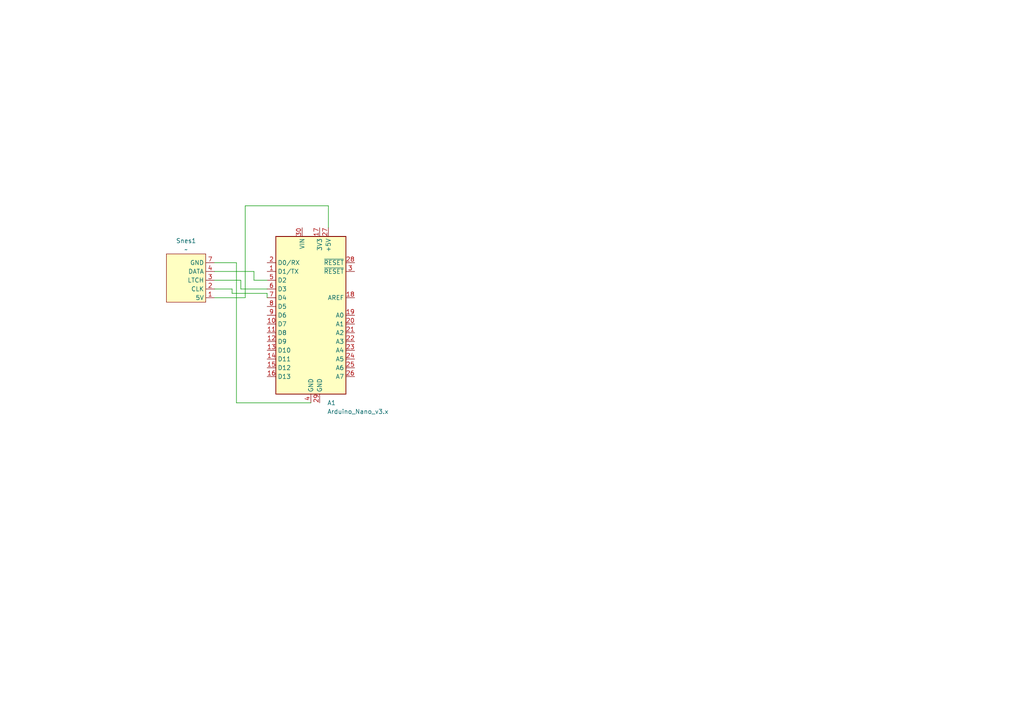
<source format=kicad_sch>
(kicad_sch (version 20231120) (generator "eeschema") (generator_version "8.0")
  (paper "A4")
  (lib_symbols
    (symbol "MCU_Module:Arduino_Nano_v3.x"
      (property "Reference" "A" (at -10.16 23.495 0))
      (property "Value" "Arduino_Nano_v3.x" (at 5.08 -24.13 0))
      (symbol "Arduino_Nano_v3.x_0_1"
        (rectangle (start -10.16 22.86) (end 10.16 -22.86) (stroke (width 0.254)) (fill (type background)))
      )
      (symbol "Arduino_Nano_v3.x_1_1"
        (pin bidirectional line (at -12.7 12.7 0) (length 2.54) (name "D1/TX") (number "1"))
        (pin bidirectional line (at -12.7 -2.54 0) (length 2.54) (name "D7") (number "10"))
        (pin bidirectional line (at -12.7 -5.08 0) (length 2.54) (name "D8") (number "11"))
        (pin bidirectional line (at -12.7 -7.62 0) (length 2.54) (name "D9") (number "12"))
        (pin bidirectional line (at -12.7 -10.16 0) (length 2.54) (name "D10") (number "13"))
        (pin bidirectional line (at -12.7 -12.7 0) (length 2.54) (name "D11") (number "14"))
        (pin bidirectional line (at -12.7 -15.24 0) (length 2.54) (name "D12") (number "15"))
        (pin bidirectional line (at -12.7 -17.78 0) (length 2.54) (name "D13") (number "16"))
        (pin power_out line (at 2.54 25.4 270) (length 2.54) (name "3V3") (number "17"))
        (pin input line (at 12.7 5.08 180) (length 2.54) (name "AREF") (number "18"))
        (pin bidirectional line (at 12.7 0 180) (length 2.54) (name "A0") (number "19"))
        (pin bidirectional line (at -12.7 15.24 0) (length 2.54) (name "D0/RX") (number "2"))
        (pin bidirectional line (at 12.7 -2.54 180) (length 2.54) (name "A1") (number "20"))
        (pin bidirectional line (at 12.7 -5.08 180) (length 2.54) (name "A2") (number "21"))
        (pin bidirectional line (at 12.7 -7.62 180) (length 2.54) (name "A3") (number "22"))
        (pin bidirectional line (at 12.7 -10.16 180) (length 2.54) (name "A4") (number "23"))
        (pin bidirectional line (at 12.7 -12.7 180) (length 2.54) (name "A5") (number "24"))
        (pin bidirectional line (at 12.7 -15.24 180) (length 2.54) (name "A6") (number "25"))
        (pin bidirectional line (at 12.7 -17.78 180) (length 2.54) (name "A7") (number "26"))
        (pin power_out line (at 5.08 25.4 270) (length 2.54) (name "+5V") (number "27"))
        (pin input line (at 12.7 15.24 180) (length 2.54) (name "~{RESET}") (number "28"))
        (pin power_in line (at 2.54 -25.4 90) (length 2.54) (name "GND") (number "29"))
        (pin input line (at 12.7 12.7 180) (length 2.54) (name "~{RESET}") (number "3"))
        (pin power_in line (at -2.54 25.4 270) (length 2.54) (name "VIN") (number "30"))
        (pin power_in line (at 0 -25.4 90) (length 2.54) (name "GND") (number "4"))
        (pin bidirectional line (at -12.7 10.16 0) (length 2.54) (name "D2") (number "5"))
        (pin bidirectional line (at -12.7 7.62 0) (length 2.54) (name "D3") (number "6"))
        (pin bidirectional line (at -12.7 5.08 0) (length 2.54) (name "D4") (number "7"))
        (pin bidirectional line (at -12.7 2.54 0) (length 2.54) (name "D5") (number "8"))
        (pin bidirectional line (at -12.7 0 0) (length 2.54) (name "D6") (number "9"))
      )
    )
    (symbol "Symbols_cez:snes_controller"
      (property "Reference" "Snes" (at 3.302 4.572 0))
      (symbol "snes_controller_0_1"
        (rectangle (start -2.54 2.54) (end 8.89 -11.43) (fill (type background)))
      )
      (symbol "snes_controller_1_1"
        (pin power_in line (at -5.08 1.27 0) (length 2.54) (name "5V") (number "1"))
        (pin passive line (at -5.08 -1.27 0) (length 2.54) (name "CLK") (number "2"))
        (pin passive line (at -5.08 -3.81 0) (length 2.54) (name "LTCH") (number "3"))
        (pin passive line (at -5.08 -6.35 0) (length 2.54) (name "DATA") (number "4"))
        (pin passive line (at -5.08 -8.89 0) (length 2.54) (name "GND") (number "7"))
      )
    )
  )
  (wire (pts (xy 69.85 81.28) (xy 69.85 83.82)))
  (wire (pts (xy 77.47 85.09) (xy 77.47 86.36)))
  (wire (pts (xy 62.23 86.36) (xy 71.12 86.36)))
  (wire (pts (xy 69.85 83.82) (xy 77.47 83.82)))
  (wire (pts (xy 73.66 78.74) (xy 73.66 81.28)))
  (wire (pts (xy 71.12 59.69) (xy 95.25 59.69)))
  (wire (pts (xy 62.23 76.2) (xy 68.58 76.2)))
  (wire (pts (xy 62.23 78.74) (xy 73.66 78.74)))
  (wire (pts (xy 67.31 83.82) (xy 67.31 85.09)))
  (wire (pts (xy 67.31 85.09) (xy 77.47 85.09)))
  (wire (pts (xy 62.23 81.28) (xy 69.85 81.28)))
  (wire (pts (xy 95.25 59.69) (xy 95.25 66.04)))
  (wire (pts (xy 68.58 116.84) (xy 90.17 116.84)))
  (wire (pts (xy 68.58 76.2) (xy 68.58 116.84)))
  (wire (pts (xy 62.23 83.82) (xy 67.31 83.82)))
  (wire (pts (xy 73.66 81.28) (xy 77.47 81.28)))
  (wire (pts (xy 71.12 86.36) (xy 71.12 59.69)))
  (symbol (lib_id "MCU_Module:Arduino_Nano_v3.x") (at 90.17 91.44 0) (unit 1)
    (property "Reference" "A1" (at 94.9041 116.84 0) (effects (justify left)))
    (property "Value" "Arduino_Nano_v3.x" (at 94.9041 119.38 0) (effects (justify left)))
    (property "Footprint" "Module:Arduino_Nano" (effects (hide yes)))
    (property "Datasheet" "http://www.mouser.com/pdfdocs/Gravitech_Arduino_Nano3_0.pdf" (effects (hide yes)))
    (property "Description" "Arduino Nano v3.x" (effects (hide yes)))
  )
  (symbol (lib_id "Symbols_cez:snes_controller") (at 57.15 85.09 180) (unit 1)
    (property "Reference" "Snes1" (at 53.975 69.85 0))
    (property "Value" "~" (at 53.975 72.39 0))
    (property "Footprint" "Footprints_cez:snes_controller" (effects (hide yes)))
  )
)
</source>
